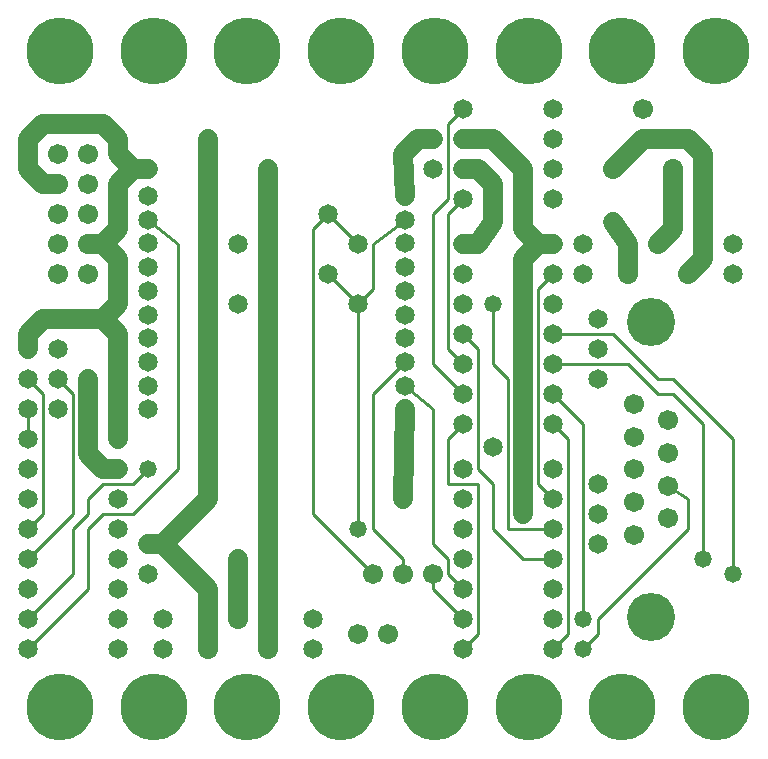
<source format=gtl>
%MOIN*%
%FSLAX25Y25*%
G04 D10 used for Character Trace; *
G04     Circle (OD=.01000) (No hole)*
G04 D11 used for Power Trace; *
G04     Circle (OD=.06500) (No hole)*
G04 D12 used for Signal Trace; *
G04     Circle (OD=.01100) (No hole)*
G04 D13 used for Via; *
G04     Circle (OD=.05800) (Round. Hole ID=.02800)*
G04 D14 used for Component hole; *
G04     Circle (OD=.06500) (Round. Hole ID=.03500)*
G04 D15 used for Component hole; *
G04     Circle (OD=.06700) (Round. Hole ID=.04300)*
G04 D16 used for Component hole; *
G04     Circle (OD=.08100) (Round. Hole ID=.05100)*
G04 D17 used for Component hole; *
G04     Circle (OD=.08900) (Round. Hole ID=.05900)*
G04 D18 used for Component hole; *
G04     Circle (OD=.11300) (Round. Hole ID=.08300)*
G04 D19 used for Component hole; *
G04     Circle (OD=.16000) (Round. Hole ID=.13000)*
G04 D20 used for Component hole; *
G04     Circle (OD=.18300) (Round. Hole ID=.15300)*
G04 D21 used for Component hole; *
G04     Circle (OD=.22291) (Round. Hole ID=.19291)*
%ADD10C,.01000*%
%ADD11C,.06500*%
%ADD12C,.01100*%
%ADD13C,.05800*%
%ADD14C,.06500*%
%ADD15C,.06700*%
%ADD16C,.08100*%
%ADD17C,.08900*%
%ADD18C,.11300*%
%ADD19C,.16000*%
%ADD20C,.18300*%
%ADD21C,.22291*%
%IPPOS*%
%LPD*%
G90*X0Y0D02*D21*X15625Y15625D03*D14*              
X35000Y35000D03*X5000D03*D12*X25000Y55000D01*     
Y75000D01*X30000Y80000D01*X40000D01*              
X55000Y95000D01*Y170000D01*X45000Y178200D01*D14*  
D03*Y186100D03*D11*X35000Y175000D02*Y190000D01*   
X30000Y170000D02*X35000Y175000D01*Y165000D02*     
X30000Y170000D01*X35000Y150000D02*Y165000D01*     
X30000Y145000D02*X35000Y150000D01*Y140000D02*     
X30000Y145000D01*X35000Y125000D02*Y140000D01*D14* 
Y125000D03*D11*Y105000D01*D14*D03*D13*            
X45000Y95000D03*D12*X40000Y90000D01*X30000D01*    
X25000Y85000D01*Y80000D01*X20000Y75000D01*        
Y60000D01*X5000Y45000D01*D14*D03*Y55000D03*       
Y65000D03*D12*X20000Y80000D01*Y120000D01*         
X15000Y125000D01*D14*D03*D12*X10000Y80000D02*     
Y120000D01*X5000Y75000D02*X10000Y80000D01*D14*    
X5000Y75000D03*Y85000D03*Y95000D03*D11*X30000D02* 
X25000Y100000D01*X30000Y95000D02*X35000D01*D14*   
D03*D11*X25000Y100000D02*Y125000D01*D14*D03*      
X15000Y135000D03*Y115000D03*D12*X10000Y120000D02* 
X5000Y125000D01*D14*D03*Y135000D03*D11*Y140000D01*
X10000Y145000D01*X30000D01*D14*X45000Y130800D03*  
Y162400D03*D15*X15000Y160000D03*D14*              
X45000Y138700D03*Y146600D03*D15*X25000Y160000D03* 
D14*X45000Y154500D03*Y122900D03*Y170300D03*D11*   
X25000Y170000D02*X30000D01*D15*X25000D03*         
X15000Y180000D03*X25000D03*X15000Y170000D03*D11*  
X35000Y190000D02*X40000Y195000D01*X45000D01*D13*  
D03*D11*X40000D02*X35000Y200000D01*Y205000D01*    
X30000Y210000D01*X10000D01*X5000Y205000D01*       
Y195000D01*X10000Y190000D01*X15000D01*D15*D03*    
X25000Y200000D03*Y190000D03*X15000Y200000D03*D21* 
X46875Y234375D03*X15625D03*D14*X65000Y160000D03*  
D11*Y85000D01*X50000Y70000D01*X65000Y55000D01*D13*
D03*D11*Y35000D01*D15*D03*X75000Y45000D03*D11*    
Y65000D01*D13*D03*D14*X100000Y45000D03*D11*       
X45000Y70000D02*X50000D01*D14*X45000D03*          
X35000Y75000D03*X45000Y60000D03*X35000Y65000D03*  
Y55000D03*Y85000D03*Y45000D03*X50000D03*Y35000D03*
D15*X85000D03*D11*Y195000D01*D13*D03*D14*         
X105000Y180000D03*D12*X115000Y170000D01*D14*D03*  
D12*X120000Y155000D02*Y170000D01*                 
X115000Y150000D02*X120000Y155000D01*D14*          
X115000Y150000D03*D12*Y75000D01*D13*D03*D12*      
X130000Y65000D02*X120000Y75000D01*                
X130000Y60000D02*Y65000D01*D15*Y60000D03*D12*     
X145000Y65000D02*X140000Y70000D01*                
X145000Y60000D02*Y65000D01*X150000Y55000D02*      
X145000Y60000D01*D14*X150000Y55000D03*D15*        
X140000Y60000D03*D12*Y55000D01*X150000Y45000D01*  
D14*D03*D12*Y35000D02*X155000Y40000D01*D14*       
X150000Y35000D03*D12*X155000Y40000D02*Y90000D01*  
X145000D01*Y105000D01*X150000Y110000D01*D14*D03*  
X160000Y102500D03*D12*X140000Y70000D02*Y115000D01*
D14*X150000Y65000D03*Y75000D03*Y85000D03*D13*     
X130000D03*D11*X130600Y115000D01*D14*D03*D12*     
X120000Y75000D02*Y120000D01*D15*Y60000D03*D12*    
X100000Y80000D01*Y175000D01*X105000Y180000D01*    
X120000Y170000D02*X130600Y178200D01*D14*D03*      
Y186100D03*D11*X130000Y200000D01*                 
X135000Y205000D01*X140000D01*D14*D03*D12*         
X145000Y185000D02*Y210000D01*X140000Y180000D02*   
X145000Y185000D01*X140000Y130000D02*Y180000D01*   
X150000Y120000D02*X140000Y130000D01*D14*          
X150000Y120000D03*D12*X165000Y125000D02*          
X160000Y130000D01*X165000Y75000D02*Y125000D01*    
Y75000D02*X180000D01*D14*D03*D12*X170000Y65000D02*
X180000D01*D14*D03*D12*X170000D02*                
X160000Y75000D01*Y90000D01*X155000Y95000D01*      
Y135000D01*X150000Y140000D01*D14*D03*D12*         
Y130000D02*X145000Y135000D01*D14*                 
X150000Y130000D03*D12*X145000Y135000D02*          
Y180000D01*X150000Y185000D01*D14*D03*D11*         
X155000Y170000D02*X160000Y177500D01*              
X150000Y170000D02*X155000D01*D14*X150000D03*      
Y160000D03*D11*X160000Y177500D02*Y190000D01*      
X155000Y195000D01*X150000D01*D14*D03*D11*         
X170000D02*X160000Y205000D01*X170000Y180000D02*   
Y195000D01*Y175000D02*Y180000D01*                 
X175000Y170000D02*X170000Y175000D01*Y165000D02*   
X175000Y170000D01*X170000Y135000D02*Y165000D01*   
D13*Y135000D03*D11*Y102500D01*D14*D03*D11*        
Y80000D01*D13*D03*D12*X180000Y85000D02*           
X175000Y90000D01*D14*X180000Y85000D03*D12*        
X175000Y90000D02*Y155000D01*X180000Y160000D01*D14*
D03*X190000Y170000D03*Y160000D03*                 
X180000Y170000D03*D11*X175000D01*D12*             
X170000Y175000D02*Y180000D01*D14*                 
X180000Y185000D03*Y195000D03*Y205000D03*D11*      
X150000D02*X160000D01*D14*X150000D03*D12*         
X145000Y210000D02*X150000Y215000D01*D14*D03*D21*  
X171875Y234375D03*D14*X140000Y195000D03*D21*      
X140625Y234375D03*D14*X180000Y215000D03*D21*      
X109375Y234375D03*D14*X130600Y170300D03*D13*      
X200000Y177500D03*D11*X205000Y170000D01*          
Y160000D01*D15*D03*X215000Y170000D03*D11*         
X220000Y175000D01*Y195000D01*D15*D03*D11*         
X200000D02*X210000Y205000D01*D15*                 
X200000Y195000D03*D11*X210000Y205000D02*          
X225000D01*X230000Y200000D01*Y165000D01*          
X225000Y160000D01*D15*D03*D19*X212600Y144200D03*  
D14*X240000Y160000D03*Y170000D03*D12*             
X215000Y125000D02*X200000Y140000D01*              
X215000Y125000D02*X220000D01*X240000Y105000D01*   
Y60000D01*D13*D03*X230000Y65000D03*D12*Y110000D01*
X220000Y120000D01*X215000D01*X205000Y130000D01*   
X180000D01*D14*D03*Y140000D03*D12*X200000D01*D14* 
X195000Y145000D03*Y135000D03*Y125000D03*          
X180000Y120000D03*D12*X190000Y110000D01*Y45000D01*
D13*D03*D12*Y35000D02*X195000Y40000D01*D13*       
X190000Y35000D03*D12*X195000Y40000D02*Y45000D01*  
X225000Y75000D01*Y85000D01*X218200Y89600D01*D15*  
D03*Y100400D03*Y78700D03*X206900Y105900D03*       
Y73200D03*Y95000D03*Y84100D03*X218200Y111300D03*  
D14*X195000Y90000D03*Y80000D03*D15*               
X206900Y116800D03*D14*X195000Y70000D03*D12*       
X185000Y40000D02*Y105000D01*X180000Y35000D02*     
X185000Y40000D01*D14*X180000Y35000D03*Y45000D03*  
D21*X171875Y15625D03*D14*X180000Y55000D03*D21*    
X203125Y15625D03*D19*X212600Y45800D03*D21*        
X140625Y15625D03*X234375D03*D15*X125000Y40000D03* 
D14*X180000Y95000D03*X150000D03*D15*              
X115000Y40000D03*D12*X185000Y105000D02*           
X180000Y110000D01*D14*D03*D12*X160000Y130000D02*  
Y150000D01*D13*D03*D14*X150000D03*X180000D03*     
X130600Y162400D03*Y154500D03*Y146600D03*          
Y138700D03*Y130800D03*D12*X120000Y120000D01*D14*  
X130600Y122900D03*D12*X140000Y115000D01*          
X115000Y150000D02*X105000Y160000D01*D14*D03*      
X75000Y170000D03*Y150000D03*X65000Y180000D03*D11* 
Y160000D01*Y180000D02*Y205000D01*D13*D03*D21*     
X78125Y234375D03*D14*X5000Y115000D03*D12*         
Y105000D01*D14*D03*X45000Y115000D03*D21*          
X46875Y15625D03*X78125D03*D14*X100000Y35000D03*   
D21*X109375Y15625D03*X203125Y234375D03*D15*       
X210000Y215000D03*D21*X234375Y234375D03*M02*      

</source>
